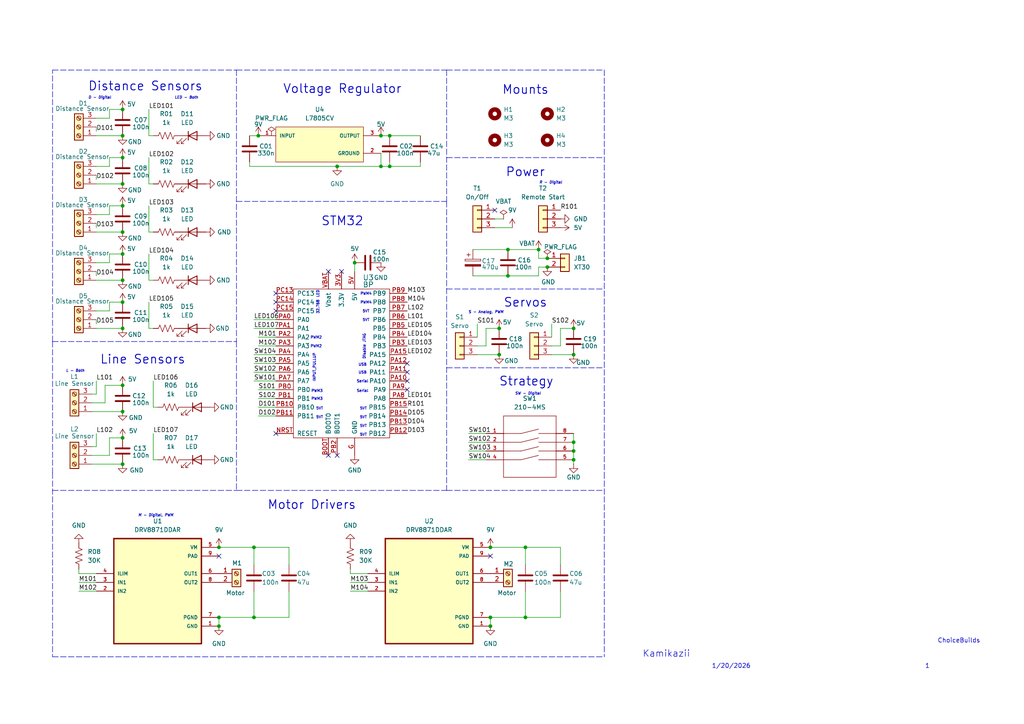
<source format=kicad_sch>
(kicad_sch (version 20250114) (generator "eeschema") (generator_version "9.0")
  (paper "A4")
  (lib_symbols
    (symbol "210-4MS:210-4MS" (pin_names (offset 1.016))
      (property "Reference" "SW" (at 10.5156 9.1186 0))
      (property "Value" "210-4MS" (at 9.8806 6.5786 0))
      (symbol "210-4MS_0_0"
        (pin passive line (at 2.54 0 0) (length 5.08) (name "~") (number "1"))
        (pin passive line (at 2.54 -2.54 0) (length 5.08) (name "~") (number "2"))
        (pin passive line (at 2.54 -5.08 0) (length 5.08) (name "~") (number "3"))
        (pin passive line (at 2.54 -7.62 0) (length 5.08) (name "~") (number "4"))
        (pin passive line (at 27.94 0 180) (length 5.08) (name "~") (number "8"))
        (pin passive line (at 27.94 -2.54 180) (length 5.08) (name "~") (number "7"))
        (pin passive line (at 27.94 -5.08 180) (length 5.08) (name "~") (number "6"))
        (pin passive line (at 27.94 -7.62 180) (length 5.08) (name "~") (number "5"))
      )
    )
    (symbol "Connector:Screw_Terminal_01x02" (pin_names (offset 1.016) (hide yes))
      (property "Reference" "J" (at 0 2.54 0))
      (property "Value" "Screw_Terminal_01x02" (at 0 -5.08 0))
      (symbol "Screw_Terminal_01x02_1_1"
        (pin passive line (at -5.08 0 0) (length 3.81) (name "Pin_1") (number "1"))
        (pin passive line (at -5.08 -2.54 0) (length 3.81) (name "Pin_2") (number "2"))
      )
    )
    (symbol "Connector:Screw_Terminal_01x03" (pin_names (offset 1.016) (hide yes))
      (property "Reference" "J" (at 0 5.08 0))
      (property "Value" "Screw_Terminal_01x03" (at 0 -5.08 0))
      (symbol "Screw_Terminal_01x03_1_1"
        (pin passive line (at -5.08 2.54 0) (length 3.81) (name "Pin_1") (number "1"))
        (pin passive line (at -5.08 0 0) (length 3.81) (name "Pin_2") (number "2"))
        (pin passive line (at -5.08 -2.54 0) (length 3.81) (name "Pin_3") (number "3"))
      )
    )
    (symbol "Connector_Generic:Conn_01x02" (pin_names (offset 1.016) (hide yes))
      (property "Reference" "J" (at 0 2.54 0))
      (property "Value" "Conn_01x02" (at 0 -5.08 0))
      (symbol "Conn_01x02_1_1"
        (pin passive line (at -5.08 0 0) (length 3.81) (name "Pin_1") (number "1"))
        (pin passive line (at -5.08 -2.54 0) (length 3.81) (name "Pin_2") (number "2"))
      )
    )
    (symbol "Connector_Generic:Conn_01x03" (pin_names (offset 1.016) (hide yes))
      (property "Reference" "J" (at 0 5.08 0))
      (property "Value" "Conn_01x03" (at 0 -5.08 0))
      (symbol "Conn_01x03_1_1"
        (pin passive line (at -5.08 2.54 0) (length 3.81) (name "Pin_1") (number "1"))
        (pin passive line (at -5.08 0 0) (length 3.81) (name "Pin_2") (number "2"))
        (pin passive line (at -5.08 -2.54 0) (length 3.81) (name "Pin_3") (number "3"))
      )
    )
    (symbol "DRV8871DDAR:DRV8871DDAR" (pin_names (offset 1.016))
      (property "Reference" "U" (at -12.7 16.24 0))
      (property "Value" "DRV8871DDAR" (at -12.7 -19.24 0))
      (symbol "DRV8871DDAR_0_0"
        (pin input line (at -17.78 5.08 0) (length 5.08) (name "ILIM") (number "4"))
        (pin input line (at -17.78 2.54 0) (length 5.08) (name "IN1") (number "3"))
        (pin input line (at -17.78 0 0) (length 5.08) (name "IN2") (number "2"))
        (pin power_in line (at 17.78 12.7 180) (length 5.08) (name "VM") (number "5"))
        (pin power_in line (at 17.78 10.16 180) (length 5.08) (name "PAD") (number "9"))
        (pin output line (at 17.78 5.08 180) (length 5.08) (name "OUT1") (number "6"))
        (pin output line (at 17.78 2.54 180) (length 5.08) (name "OUT2") (number "8"))
        (pin power_in line (at 17.78 -7.62 180) (length 5.08) (name "PGND") (number "7"))
        (pin power_in line (at 17.78 -10.16 180) (length 5.08) (name "GND") (number "1"))
      )
    )
    (symbol "Device:C" (pin_numbers (hide yes)) (pin_names (offset 0.254))
      (property "Reference" "C" (at 0.635 2.54 0))
      (property "Value" "C" (at 0.635 -2.54 0))
      (symbol "C_1_1"
        (pin passive line (at 0 3.81 270) (length 2.794) (name "~") (number "1"))
        (pin passive line (at 0 -3.81 90) (length 2.794) (name "~") (number "2"))
      )
    )
    (symbol "Device:C_Polarized" (pin_numbers (hide yes)) (pin_names (offset 0.254))
      (property "Reference" "C" (at 0.635 2.54 0))
      (property "Value" "C_Polarized" (at 0.635 -2.54 0))
      (symbol "C_Polarized_1_1"
        (pin passive line (at 0 3.81 270) (length 2.794) (name "~") (number "1"))
        (pin passive line (at 0 -3.81 90) (length 2.794) (name "~") (number "2"))
      )
    )
    (symbol "Device:LED" (pin_numbers (hide yes)) (pin_names (offset 1.016) (hide yes))
      (property "Reference" "D" (at 0 2.54 0))
      (property "Value" "LED" (at 0 -2.54 0))
      (symbol "LED_1_1"
        (pin passive line (at -3.81 0 0) (length 2.54) (name "K") (number "1"))
        (pin passive line (at 3.81 0 180) (length 2.54) (name "A") (number "2"))
      )
    )
    (symbol "Device:R_US" (pin_numbers (hide yes)) (pin_names (offset 0))
      (property "Reference" "R" (at 2.54 0 90))
      (property "Value" "R_US" (at -2.54 0 90))
      (symbol "R_US_1_1"
        (pin passive line (at 0 3.81 270) (length 1.27) (name "~") (number "1"))
        (pin passive line (at 0 -3.81 90) (length 1.27) (name "~") (number "2"))
      )
    )
    (symbol "L7805CV:L7805CV" (pin_names (offset 1.016))
      (property "Reference" "U4" (at 0 10.16 0))
      (property "Value" "L7805CV" (at 0 7.62 0))
      (symbol "L7805CV_0_0"
        (pin input line (at -17.78 2.54 0) (length 5.08) (name "INPUT") (number "1"))
        (pin power_in line (at 17.78 -2.54 180) (length 5.08) (name "GROUND") (number "2"))
      )
      (symbol "L7805CV_1_0"
        (pin power_out line (at 17.78 2.54 180) (length 5.08) (name "OUTPUT") (number "3"))
      )
    )
    (symbol "Mechanical:MountingHole" (pin_names (offset 1.016)) (exclude_from_sim yes) (in_bom no)
      (property "Reference" "H" (at 0 5.08 0))
      (property "Value" "MountingHole" (at 0 3.175 0))
    )
    (symbol "bp:BP" (pin_names (offset 1.016))
      (property "Reference" "U3" (at 5.9533 26.67 0))
      (property "Value" "BP" (at 5.9533 24.13 0))
      (symbol "BP_1_1"
        (pin bidirectional line (at -19.05 20.32 0) (length 5.08) (name "PC13") (number "PC13"))
        (pin bidirectional line (at -19.05 17.78 0) (length 5.08) (name "PC14") (number "PC14"))
        (pin bidirectional line (at -19.05 15.24 0) (length 5.08) (name "PC15") (number "PC15"))
        (pin bidirectional line (at -19.05 12.7 0) (length 5.08) (name "PA0") (number "PA0"))
        (pin bidirectional line (at -19.05 10.16 0) (length 5.08) (name "PA1") (number "PA1"))
        (pin bidirectional line (at -19.05 7.62 0) (length 5.08) (name "PA2") (number "PA2"))
        (pin bidirectional line (at -19.05 5.08 0) (length 5.08) (name "PA3") (number "PA3"))
        (pin bidirectional line (at -19.05 2.54 0) (length 5.08) (name "PA4") (number "PA4"))
        (pin bidirectional line (at -19.05 0 0) (length 5.08) (name "PA5") (number "PA5"))
        (pin bidirectional line (at -19.05 -2.54 0) (length 5.08) (name "PA6") (number "PA6"))
        (pin bidirectional line (at -19.05 -5.08 0) (length 5.08) (name "PA7") (number "PA7"))
        (pin bidirectional line (at -19.05 -7.62 0) (length 5.08) (name "PB0") (number "PB0"))
        (pin bidirectional line (at -19.05 -10.16 0) (length 5.08) (name "PB1") (number "PB1"))
        (pin bidirectional line (at -19.05 -12.7 0) (length 5.08) (name "PB10") (number "PB10"))
        (pin bidirectional line (at -19.05 -15.24 0) (length 5.08) (name "PB11") (number "PB11"))
        (pin input line (at -19.05 -20.32 0) (length 5.08) (name "RESET") (number "NRST"))
        (pin power_in line (at -3.81 26.67 270) (length 5.08) (name "Vbat") (number "VBAT"))
        (pin input line (at -3.81 -26.67 90) (length 5.08) (name "BOOT0") (number "BOOT"))
        (pin input line (at -1.27 -26.67 90) (length 5.08) (name "BOOT1") (number "PB2"))
        (pin power_out line (at 0 26.67 270) (length 5.08) (name "3.3V") (number "3V3"))
        (pin power_in line (at 3.81 26.67 270) (length 5.08) (name "5V") (number "5V"))
        (pin power_out line (at 3.81 -26.67 90) (length 5.08) (name "GND") (number "G"))
        (pin bidirectional line (at 19.05 20.32 180) (length 5.08) (name "PB9") (number "PB9"))
        (pin bidirectional line (at 19.05 17.78 180) (length 5.08) (name "PB8") (number "PB8"))
        (pin bidirectional line (at 19.05 15.24 180) (length 5.08) (name "PB7") (number "PB7"))
        (pin bidirectional line (at 19.05 12.7 180) (length 5.08) (name "PB6") (number "PB6"))
        (pin bidirectional line (at 19.05 10.16 180) (length 5.08) (name "PB5") (number "PB5"))
        (pin bidirectional line (at 19.05 7.62 180) (length 5.08) (name "PB4") (number "PB4"))
        (pin bidirectional line (at 19.05 5.08 180) (length 5.08) (name "PB3") (number "PB3"))
        (pin bidirectional line (at 19.05 2.54 180) (length 5.08) (name "PA15") (number "PA15"))
        (pin bidirectional line (at 19.05 0 180) (length 5.08) (name "PA12") (number "PA12"))
        (pin bidirectional line (at 19.05 -2.54 180) (length 5.08) (name "PA11") (number "PA11"))
        (pin bidirectional line (at 19.05 -5.08 180) (length 5.08) (name "PA10") (number "PA10"))
        (pin bidirectional line (at 19.05 -7.62 180) (length 5.08) (name "PA9") (number "PA9"))
        (pin bidirectional line (at 19.05 -10.16 180) (length 5.08) (name "PA8") (number "PA8"))
        (pin bidirectional line (at 19.05 -12.7 180) (length 5.08) (name "PB15") (number "PB15"))
        (pin bidirectional line (at 19.05 -15.24 180) (length 5.08) (name "PB14") (number "PB14"))
        (pin bidirectional line (at 19.05 -17.78 180) (length 5.08) (name "PB13") (number "PB13"))
        (pin bidirectional line (at 19.05 -20.32 180) (length 5.08) (name "PB12") (number "PB12"))
      )
    )
    (symbol "power:GND" (power) (pin_numbers (hide yes)) (pin_names (offset 0) (hide yes))
      (property "Value" "GND" (at 0 -3.81 0))
      (symbol "GND_1_1"
        (pin power_in line (at 0 0 270) (length 0) (name "~") (number "1"))
      )
    )
    (symbol "power:PWR_FLAG" (power) (pin_numbers (hide yes)) (pin_names (offset 0) (hide yes))
      (property "Value" "PWR_FLAG" (at 0 3.81 0))
      (symbol "PWR_FLAG_0_0"
        (pin power_out line (at 0 0 90) (length 0) (name "~") (number "1"))
      )
    )
    (symbol "power:VCC" (power) (pin_numbers (hide yes)) (pin_names (offset 0) (hide yes))
      (property "Value" "VCC" (at 0 3.556 0))
      (symbol "VCC_1_1"
        (pin power_in line (at 0 0 90) (length 0) (name "~") (number "1"))
      )
    )
  )
  (text "Power" (at 152.4 50.038 0) (effects (font (size 2.54 2.54) (thickness 0.254) (bold yes))))
  (text "Motor Drivers" (at 90.424 146.558 0) (effects (font (size 2.54 2.54) (thickness 0.254) (bold yes))))
  (text "INPUT_PULLUP" (at 91.186 106.68 90) (effects (font (size 0.762 0.762))))
  (text "PWM3" (at 91.948 115.824 0) (effects (font (size 0.762 0.762))))
  (text "32.768" (at 92.202 89.154 90) (effects (font (size 0.762 0.762))))
  (text "5VT" (at 92.71 118.618 0) (effects (font (size 0.762 0.762))))
  (text "PWM2" (at 91.694 100.584 0) (effects (font (size 0.762 0.762))))
  (text "S - Analog, PWM" (at 140.97 90.678 0) (effects (font (size 0.762 0.762) (italic yes))))
  (text "PWM2" (at 91.694 98.044 0) (effects (font (size 0.762 0.762))))
  (text "D - Digital" (at 28.956 28.448 0) (effects (font (size 0.762 0.762) (italic yes))))
  (text "Kamikazii\n" (at 193.294 189.738 0) (effects (font (size 1.905 1.905))))
  (text "L - Both" (at 21.844 107.696 0) (effects (font (size 0.762 0.762) (italic yes))))
  (text "1" (at 268.986 193.294 0) (effects (font (size 1.27 1.27))))
  (text "LED - Both" (at 54.102 28.448 0) (effects (font (size 0.762 0.762) (italic yes))))
  (text "1/20/2026" (at 212.09 193.294 0) (effects (font (size 1.27 1.27))))
  (text "Serial" (at 105.156 113.538 0) (effects (font (size 0.762 0.762))))
  (text "5VT" (at 105.41 123.698 0) (effects (font (size 0.762 0.762))))
  (text "5VT" (at 105.41 126.238 0) (effects (font (size 0.762 0.762))))
  (text "5VT" (at 105.41 118.618 0) (effects (font (size 0.762 0.762))))
  (text "Serial" (at 105.156 110.744 0) (effects (font (size 0.762 0.762))))
  (text "5VT" (at 106.172 90.424 0) (effects (font (size 0.762 0.762))))
  (text "PWM4" (at 106.172 85.344 0) (effects (font (size 0.762 0.762))))
  (text "ChoiceBuilds" (at 278.13 185.928 0) (effects (font (size 1.27 1.27))))
  (text "Mounts" (at 152.4 26.162 0) (effects (font (size 2.54 2.54) (thickness 0.254) (bold yes))))
  (text "SW - Digital" (at 153.162 114.3 0) (effects (font (size 0.762 0.762) (italic yes))))
  (text "LED" (at 92.202 85.344 90) (effects (font (size 0.762 0.762))))
  (text "R - Digital" (at 159.766 53.086 0) (effects (font (size 0.762 0.762) (italic yes))))
  (text "PWM3" (at 91.948 113.538 0) (effects (font (size 0.762 0.762))))
  (text "Voltage Regulator" (at 99.314 25.908 0) (effects (font (size 2.54 2.54) (thickness 0.254) (bold yes))))
  (text "Servos" (at 152.4 87.884 0) (effects (font (size 2.54 2.54) (thickness 0.254) (bold yes))))
  (text "5VT" (at 106.172 92.964 0) (effects (font (size 0.762 0.762))))
  (text "Line Sensors" (at 41.402 104.394 0) (effects (font (size 2.54 2.54) (thickness 0.254) (bold yes))))
  (text "5VT" (at 92.71 121.158 0) (effects (font (size 0.762 0.762))))
  (text "PWM4" (at 106.172 87.884 0) (effects (font (size 0.762 0.762))))
  (text "Strategy" (at 152.654 110.744 0) (effects (font (size 2.54 2.54) (thickness 0.254) (bold yes))))
  (text "USB" (at 105.156 108.204 0) (effects (font (size 0.762 0.762))))
  (text "5VT" (at 105.41 121.158 0) (effects (font (size 0.762 0.762))))
  (text "Disable JTAG" (at 105.664 100.584 90) (effects (font (size 0.762 0.762))))
  (text "STM32\n" (at 99.314 64.262 0) (effects (font (size 2.54 2.54) (thickness 0.254) (bold yes))))
  (text "Distance Sensors" (at 42.164 25.146 0) (effects (font (size 2.54 2.54) (thickness 0.254) (bold yes))))
  (text "USB" (at 105.156 105.918 0) (effects (font (size 0.762 0.762))))
  (text "M - Digital, PWM" (at 45.212 149.606 0) (effects (font (size 0.762 0.762) (italic yes))))
  (junction (at 158.75 74.93))
  (junction (at 35.56 59.69))
  (junction (at 35.56 127))
  (junction (at 110.49 48.26))
  (junction (at 35.56 39.37))
  (junction (at 166.37 133.35))
  (junction (at 166.37 128.27))
  (junction (at 35.56 31.75))
  (junction (at 63.5 158.75))
  (junction (at 113.03 48.26))
  (junction (at 73.66 158.75))
  (junction (at 144.78 95.25))
  (junction (at 73.66 179.07))
  (junction (at 156.21 72.39))
  (junction (at 35.56 45.72))
  (junction (at 152.4 158.75))
  (junction (at 35.56 87.63))
  (junction (at 152.4 179.07))
  (junction (at 63.5 179.07))
  (junction (at 35.56 67.31))
  (junction (at 35.56 81.28))
  (junction (at 110.49 39.37))
  (junction (at 35.56 73.66))
  (junction (at 158.75 77.47))
  (junction (at 35.56 53.34))
  (junction (at 63.5 181.61))
  (junction (at 142.24 181.61))
  (junction (at 142.24 158.75))
  (junction (at 35.56 119.38))
  (junction (at 35.56 95.25))
  (junction (at 144.78 102.87))
  (junction (at 74.93 39.37))
  (junction (at 113.03 39.37))
  (junction (at 35.56 134.62))
  (junction (at 166.37 95.25))
  (junction (at 142.24 179.07))
  (junction (at 35.56 111.76))
  (junction (at 166.37 102.87))
  (junction (at 166.37 130.81))
  (junction (at 102.87 76.2))
  (junction (at 147.32 72.39))
  (junction (at 147.32 80.01))
  (junction (at 97.79 48.26))
  (no_connect (at 142.24 161.29))
  (no_connect (at 95.25 132.08))
  (no_connect (at 118.11 110.49))
  (no_connect (at 143.51 60.96))
  (no_connect (at 118.11 105.41))
  (no_connect (at 80.01 125.73))
  (no_connect (at 118.11 107.95))
  (no_connect (at 118.11 113.03))
  (no_connect (at 97.79 132.08))
  (no_connect (at 99.06 78.74))
  (no_connect (at 80.01 87.63))
  (no_connect (at 63.5 161.29))
  (no_connect (at 95.25 78.74))
  (no_connect (at 80.01 90.17))
  (no_connect (at 80.01 85.09))
  (polyline (pts (xy 68.58 20.32) (xy 129.54 20.32)) (stroke (width 0) (type dash)))
  (wire (pts (xy 166.37 128.27) (xy 166.37 130.81)))
  (wire (pts (xy 152.4 158.75) (xy 162.56 158.75)))
  (wire (pts (xy 137.16 80.01) (xy 147.32 80.01)))
  (wire (pts (xy 43.18 39.37) (xy 44.45 39.37)))
  (wire (pts (xy 43.18 67.31) (xy 44.45 67.31)))
  (wire (pts (xy 31.75 90.17) (xy 31.75 87.63)))
  (wire (pts (xy 22.86 171.45) (xy 27.94 171.45)))
  (wire (pts (xy 147.32 72.39) (xy 156.21 72.39)))
  (wire (pts (xy 63.5 179.07) (xy 63.5 181.61)))
  (wire (pts (xy 27.94 95.25) (xy 35.56 95.25)))
  (wire (pts (xy 74.93 118.11) (xy 80.01 118.11)))
  (wire (pts (xy 73.66 107.95) (xy 80.01 107.95)))
  (wire (pts (xy 140.97 95.25) (xy 144.78 95.25)))
  (wire (pts (xy 110.49 44.45) (xy 110.49 48.26)))
  (wire (pts (xy 113.03 48.26) (xy 121.92 48.26)))
  (wire (pts (xy 156.21 77.47) (xy 158.75 77.47)))
  (wire (pts (xy 63.5 158.75) (xy 73.66 158.75)))
  (polyline (pts (xy 68.58 20.32) (xy 68.58 99.06)) (stroke (width 0) (type dash)))
  (polyline (pts (xy 129.54 20.32) (xy 175.26 20.32)) (stroke (width 0) (type dash)))
  (wire (pts (xy 27.94 114.3) (xy 26.67 114.3)))
  (wire (pts (xy 160.02 93.98) (xy 160.02 97.79)))
  (wire (pts (xy 31.75 87.63) (xy 35.56 87.63)))
  (polyline (pts (xy 15.24 99.06) (xy 68.58 99.06)) (stroke (width 0) (type dash)))
  (wire (pts (xy 74.93 115.57) (xy 80.01 115.57)))
  (wire (pts (xy 27.94 125.73) (xy 27.94 129.54)))
  (wire (pts (xy 166.37 133.35) (xy 166.37 134.62)))
  (wire (pts (xy 27.94 80.01) (xy 27.94 78.74)))
  (wire (pts (xy 27.94 38.1) (xy 27.94 36.83)))
  (wire (pts (xy 31.75 48.26) (xy 31.75 45.72)))
  (wire (pts (xy 43.18 31.75) (xy 43.18 39.37)))
  (wire (pts (xy 74.93 120.65) (xy 80.01 120.65)))
  (wire (pts (xy 27.94 81.28) (xy 35.56 81.28)))
  (wire (pts (xy 27.94 129.54) (xy 26.67 129.54)))
  (wire (pts (xy 43.18 59.69) (xy 43.18 67.31)))
  (wire (pts (xy 27.94 110.49) (xy 27.94 114.3)))
  (wire (pts (xy 101.6 171.45) (xy 106.68 171.45)))
  (polyline (pts (xy 129.54 58.42) (xy 129.54 142.24)) (stroke (width 0) (type dash)))
  (wire (pts (xy 113.03 46.99) (xy 113.03 48.26)))
  (wire (pts (xy 27.94 76.2) (xy 31.75 76.2)))
  (polyline (pts (xy 129.54 20.32) (xy 129.54 58.42)) (stroke (width 0) (type dash)))
  (wire (pts (xy 73.66 158.75) (xy 83.82 158.75)))
  (wire (pts (xy 156.21 74.93) (xy 158.75 74.93)))
  (wire (pts (xy 152.4 179.07) (xy 162.56 179.07)))
  (polyline (pts (xy 15.24 137.16) (xy 15.24 190.5)) (stroke (width 0) (type dash)))
  (wire (pts (xy 72.39 48.26) (xy 97.79 48.26)))
  (wire (pts (xy 27.94 66.04) (xy 27.94 64.77)))
  (wire (pts (xy 78.74 39.37) (xy 74.93 39.37)))
  (wire (pts (xy 140.97 100.33) (xy 140.97 95.25)))
  (wire (pts (xy 30.48 116.84) (xy 30.48 111.76)))
  (wire (pts (xy 31.75 62.23) (xy 31.75 59.69)))
  (wire (pts (xy 147.32 80.01) (xy 156.21 80.01)))
  (polyline (pts (xy 68.58 58.42) (xy 129.54 58.42)) (stroke (width 0) (type dash)))
  (polyline (pts (xy 15.24 20.32) (xy 68.58 20.32)) (stroke (width 0) (type dash)))
  (wire (pts (xy 44.45 125.73) (xy 44.45 133.35)))
  (wire (pts (xy 142.24 179.07) (xy 142.24 181.61)))
  (wire (pts (xy 162.56 171.45) (xy 162.56 179.07)))
  (wire (pts (xy 63.5 179.07) (xy 73.66 179.07)))
  (wire (pts (xy 43.18 87.63) (xy 43.18 95.25)))
  (polyline (pts (xy 68.58 99.06) (xy 68.58 142.24)) (stroke (width 0) (type dash)))
  (wire (pts (xy 31.75 31.75) (xy 35.56 31.75)))
  (wire (pts (xy 74.93 97.79) (xy 80.01 97.79)))
  (wire (pts (xy 152.4 158.75) (xy 152.4 163.83)))
  (wire (pts (xy 27.94 34.29) (xy 31.75 34.29)))
  (wire (pts (xy 83.82 171.45) (xy 83.82 179.07)))
  (wire (pts (xy 110.49 39.37) (xy 113.03 39.37)))
  (polyline (pts (xy 15.24 190.5) (xy 175.26 190.5)) (stroke (width 0) (type dash)))
  (wire (pts (xy 73.66 179.07) (xy 83.82 179.07)))
  (wire (pts (xy 156.21 72.39) (xy 156.21 74.93)))
  (wire (pts (xy 27.94 53.34) (xy 35.56 53.34)))
  (wire (pts (xy 101.6 168.91) (xy 106.68 168.91)))
  (wire (pts (xy 166.37 130.81) (xy 166.37 133.35)))
  (wire (pts (xy 135.89 133.35) (xy 140.97 133.35)))
  (wire (pts (xy 44.45 110.49) (xy 44.45 118.11)))
  (wire (pts (xy 152.4 171.45) (xy 152.4 179.07)))
  (wire (pts (xy 138.43 102.87) (xy 144.78 102.87)))
  (polyline (pts (xy 129.54 106.68) (xy 175.26 106.68)) (stroke (width 0) (type dash)))
  (wire (pts (xy 27.94 90.17) (xy 31.75 90.17)))
  (wire (pts (xy 72.39 39.37) (xy 74.93 39.37)))
  (wire (pts (xy 101.6 165.1) (xy 101.6 166.37)))
  (wire (pts (xy 102.87 76.2) (xy 102.87 78.74)))
  (wire (pts (xy 22.86 165.1) (xy 22.86 166.37)))
  (wire (pts (xy 31.75 59.69) (xy 35.56 59.69)))
  (wire (pts (xy 74.93 100.33) (xy 80.01 100.33)))
  (polyline (pts (xy 129.54 83.82) (xy 175.26 83.82)) (stroke (width 0) (type dash)))
  (wire (pts (xy 43.18 53.34) (xy 44.45 53.34)))
  (polyline (pts (xy 68.58 142.24) (xy 129.54 142.24)) (stroke (width 0) (type dash)))
  (wire (pts (xy 160.02 100.33) (xy 162.56 100.33)))
  (wire (pts (xy 143.51 63.5) (xy 146.05 63.5)))
  (wire (pts (xy 27.94 166.37) (xy 22.86 166.37)))
  (polyline (pts (xy 129.54 45.72) (xy 175.26 45.72)) (stroke (width 0) (type dash)))
  (wire (pts (xy 27.94 48.26) (xy 31.75 48.26)))
  (wire (pts (xy 26.67 116.84) (xy 30.48 116.84)))
  (polyline (pts (xy 175.26 20.32) (xy 175.26 137.16)) (stroke (width 0) (type dash)))
  (wire (pts (xy 135.89 128.27) (xy 140.97 128.27)))
  (wire (pts (xy 27.94 39.37) (xy 35.56 39.37)))
  (wire (pts (xy 43.18 45.72) (xy 43.18 53.34)))
  (wire (pts (xy 31.75 127) (xy 35.56 127)))
  (wire (pts (xy 162.56 100.33) (xy 162.56 95.25)))
  (wire (pts (xy 31.75 45.72) (xy 35.56 45.72)))
  (wire (pts (xy 73.66 158.75) (xy 73.66 163.83)))
  (wire (pts (xy 27.94 62.23) (xy 31.75 62.23)))
  (polyline (pts (xy 15.24 99.06) (xy 15.24 20.32)) (stroke (width 0) (type dash)))
  (wire (pts (xy 106.68 166.37) (xy 101.6 166.37)))
  (wire (pts (xy 143.51 66.04) (xy 148.59 66.04)))
  (wire (pts (xy 162.56 158.75) (xy 162.56 163.83)))
  (polyline (pts (xy 129.54 142.24) (xy 175.26 142.24)) (stroke (width 0) (type dash)))
  (wire (pts (xy 121.92 46.99) (xy 121.92 48.26)))
  (wire (pts (xy 135.89 125.73) (xy 140.97 125.73)))
  (wire (pts (xy 43.18 73.66) (xy 43.18 81.28)))
  (wire (pts (xy 27.94 52.07) (xy 27.94 50.8)))
  (wire (pts (xy 73.66 92.71) (xy 80.01 92.71)))
  (wire (pts (xy 137.16 72.39) (xy 147.32 72.39)))
  (wire (pts (xy 73.66 110.49) (xy 80.01 110.49)))
  (wire (pts (xy 72.39 46.99) (xy 72.39 48.26)))
  (wire (pts (xy 43.18 81.28) (xy 44.45 81.28)))
  (wire (pts (xy 44.45 118.11) (xy 45.72 118.11)))
  (wire (pts (xy 27.94 93.98) (xy 27.94 92.71)))
  (wire (pts (xy 31.75 73.66) (xy 35.56 73.66)))
  (wire (pts (xy 156.21 80.01) (xy 156.21 77.47)))
  (wire (pts (xy 31.75 76.2) (xy 31.75 73.66)))
  (wire (pts (xy 22.86 168.91) (xy 27.94 168.91)))
  (wire (pts (xy 73.66 102.87) (xy 80.01 102.87)))
  (wire (pts (xy 142.24 179.07) (xy 152.4 179.07)))
  (polyline (pts (xy 15.24 142.24) (xy 68.58 142.24)) (stroke (width 0) (type dash)))
  (wire (pts (xy 162.56 95.25) (xy 166.37 95.25)))
  (wire (pts (xy 27.94 67.31) (xy 35.56 67.31)))
  (wire (pts (xy 166.37 125.73) (xy 166.37 128.27)))
  (wire (pts (xy 160.02 102.87) (xy 166.37 102.87)))
  (wire (pts (xy 73.66 171.45) (xy 73.66 179.07)))
  (wire (pts (xy 26.67 134.62) (xy 35.56 134.62)))
  (wire (pts (xy 30.48 111.76) (xy 35.56 111.76)))
  (wire (pts (xy 113.03 48.26) (xy 110.49 48.26)))
  (wire (pts (xy 73.66 95.25) (xy 80.01 95.25)))
  (wire (pts (xy 138.43 93.98) (xy 138.43 97.79)))
  (wire (pts (xy 26.67 132.08) (xy 31.75 132.08)))
  (wire (pts (xy 73.66 105.41) (xy 80.01 105.41)))
  (wire (pts (xy 43.18 95.25) (xy 44.45 95.25)))
  (wire (pts (xy 31.75 132.08) (xy 31.75 127)))
  (wire (pts (xy 113.03 39.37) (xy 121.92 39.37)))
  (wire (pts (xy 31.75 34.29) (xy 31.75 31.75)))
  (wire (pts (xy 83.82 158.75) (xy 83.82 163.83)))
  (polyline (pts (xy 175.26 137.16) (xy 175.26 190.5)) (stroke (width 0) (type dash)))
  (wire (pts (xy 26.67 119.38) (xy 35.56 119.38)))
  (wire (pts (xy 152.4 158.75) (xy 142.24 158.75)))
  (wire (pts (xy 135.89 130.81) (xy 140.97 130.81)))
  (wire (pts (xy 44.45 133.35) (xy 45.72 133.35)))
  (wire (pts (xy 97.79 48.26) (xy 110.49 48.26)))
  (wire (pts (xy 74.93 113.03) (xy 80.01 113.03)))
  (wire (pts (xy 138.43 100.33) (xy 140.97 100.33)))
  (polyline (pts (xy 15.24 99.06) (xy 15.24 137.16)) (stroke (width 0) (type dash)))
  (label "L101" (at 118.11 92.71 0))
  (label "M101" (at 74.93 97.79 0))
  (label "LED107" (at 73.66 95.25 0))
  (label "D101" (at 74.93 118.11 0))
  (label "D104" (at 118.11 123.19 0))
  (label "D103" (at 27.94 66.04 0))
  (label "LED102" (at 43.18 45.72 0))
  (label "S101" (at 74.93 113.03 0))
  (label "M104" (at 101.6 171.45 0))
  (label "S102" (at 74.93 115.57 0))
  (label "L102" (at 118.11 90.17 0))
  (label "SW103" (at 135.89 130.81 0))
  (label "LED102" (at 118.11 102.87 0))
  (label "M103" (at 118.11 85.09 0))
  (label "D102" (at 74.93 120.65 0))
  (label "M102" (at 74.93 100.33 0))
  (label "LED104" (at 43.18 73.66 0))
  (label "D102" (at 27.94 52.07 0))
  (label "SW103" (at 73.66 105.41 0))
  (label "M102" (at 22.86 171.45 0))
  (label "SW101" (at 73.66 110.49 0))
  (label "LED104" (at 118.11 97.79 0))
  (label "LED101" (at 118.11 115.57 0))
  (label "D105" (at 118.11 120.65 0))
  (label "LED105" (at 118.11 95.25 0))
  (label "SW104" (at 73.66 102.87 0))
  (label "SW104" (at 135.89 133.35 0))
  (label "LED103" (at 118.11 100.33 0))
  (label "M103" (at 101.6 168.91 0))
  (label "M104" (at 118.11 87.63 0))
  (label "LED106" (at 44.45 110.49 0))
  (label "D101" (at 27.94 38.1 0))
  (label "S101" (at 138.43 93.98 0))
  (label "L102" (at 27.94 125.73 0))
  (label "SW101" (at 135.89 125.73 0))
  (label "R101" (at 118.11 118.11 0))
  (label "D105" (at 27.94 93.98 0))
  (label "D103" (at 118.11 125.73 0))
  (label "LED106" (at 73.66 92.71 0))
  (label "SW102" (at 135.89 128.27 0))
  (label "R101" (at 162.56 60.96 0))
  (label "S102" (at 160.02 93.98 0))
  (label "L101" (at 27.94 110.49 0))
  (label "LED105" (at 43.18 87.63 0))
  (label "D104" (at 27.94 80.01 0))
  (label "LED107" (at 44.45 125.73 0))
  (label "LED103" (at 43.18 59.69 0))
  (label "M101" (at 22.86 168.91 0))
  (label "SW102" (at 73.66 107.95 0))
  (label "LED101" (at 43.18 31.75 0))
  (symbol (lib_id "power:GND") (at 35.56 119.38 0) (unit 1)
    (property "Reference" "#PWR012" (effects (hide yes)))
    (property "Value" "GND" (at 41.402 121.158 0) (effects (justify right)))
    (property "Description" "Power symbol creates a global label with name \"GND\" , ground" (effects (hide yes)))
  )
  (symbol (lib_id "Device:LED") (at 55.88 39.37 0) (unit 1)
    (property "Reference" "D11" (at 54.2925 33.02 0))
    (property "Value" "LED" (at 54.2925 35.56 0))
    (property "Footprint" "LED_SMD:LED_0402_1005Metric" (effects (hide yes)))
    (property "Description" "Light emitting diode" (effects (hide yes)))
    (property "Sim.Pins" "1=K 2=A" (effects (hide yes)))
  )
  (symbol (lib_id "power:GND") (at 35.56 95.25 0) (unit 1)
    (property "Reference" "#PWR046" (effects (hide yes)))
    (property "Value" "GND" (at 39.116 97.028 0))
    (property "Description" "Power symbol creates a global label with name \"GND\" , ground" (effects (hide yes)))
  )
  (symbol (lib_id "power:GND") (at 144.78 102.87 0) (unit 1)
    (property "Reference" "#PWR026" (effects (hide yes)))
    (property "Value" "GND" (at 150.368 104.648 0) (effects (justify right)))
    (property "Description" "Power symbol creates a global label with name \"GND\" , ground" (effects (hide yes)))
  )
  (symbol (lib_id "power:GND") (at 158.75 77.47 0) (unit 1)
    (property "Reference" "#PWR038" (effects (hide yes)))
    (property "Value" "GND" (at 159.004 81.788 0))
    (property "Description" "Power symbol creates a global label with name \"GND\" , ground" (effects (hide yes)))
  )
  (symbol (lib_id "power:VCC") (at 35.56 111.76 0) (unit 1)
    (property "Reference" "#PWR011" (effects (hide yes)))
    (property "Value" "5V" (at 38.354 109.982 0))
    (property "Description" "Power symbol creates a global label with name \"VCC\"" (effects (hide yes)))
  )
  (symbol (lib_id "power:VCC") (at 166.37 95.25 0) (unit 1)
    (property "Reference" "#PWR047" (effects (hide yes)))
    (property "Value" "5V" (at 168.402 93.726 0))
    (property "Description" "Power symbol creates a global label with name \"VCC\"" (effects (hide yes)))
  )
  (symbol (lib_id "L7805CV:L7805CV") (at 92.71 41.91 0) (unit 1)
    (property "Reference" "U4" (at 92.71 31.75 0))
    (property "Value" "L7805CV" (at 92.71 34.29 0))
    (property "Footprint" "L7805CV:TO255P1040X460X1968-3" (effects (hide yes)))
    (property "MF" "STMicroelectronics" (effects (hide yes)))
    (property "Description_1" "Linear Voltage Regulator IC Positive Fixed 1 Output  1.5A TO-220" (effects (hide yes)))
    (property "Package" "TO-220-3 STMicroelectronics" (effects (hide yes)))
    (property "Price" "None" (effects (hide yes)))
    (property "Check_prices" "https://www.snapeda.com/parts/L7805CV/STMicroelectronics/view-part/?ref=eda" (effects (hide yes)))
    (property "STANDARD" "IPC-7351B" (effects (hide yes)))
    (property "PARTREV" "36" (effects (hide yes)))
    (property "SnapEDA_Link" "https://www.snapeda.com/parts/L7805CV/STMicroelectronics/view-part/?ref=snap" (effects (hide yes)))
    (property "MP" "L7805CV" (effects (hide yes)))
    (property "Availability" "In Stock" (effects (hide yes)))
    (property "MANUFACTURER" "STMicroelectronics" (effects (hide yes)))
  )
  (symbol (lib_id "power:VCC") (at 156.21 72.39 0) (unit 1)
    (property "Reference" "#PWR030" (effects (hide yes)))
    (property "Value" "VBAT" (at 152.908 70.612 0))
    (property "Description" "Power symbol creates a global label with name \"VCC\"" (effects (hide yes)))
  )
  (symbol (lib_id "Device:R_US") (at 48.26 95.25 90) (unit 1)
    (property "Reference" "R05" (at 48.26 88.9 90))
    (property "Value" "1k" (at 48.26 91.44 90))
    (property "Footprint" "Resistor_SMD:R_0402_1005Metric" (effects (hide yes)))
    (property "Description" "Resistor, US symbol" (effects (hide yes)))
  )
  (symbol (lib_id "power:VCC") (at 144.78 95.25 0) (unit 1)
    (property "Reference" "#PWR019" (effects (hide yes)))
    (property "Value" "5V" (at 147.066 93.472 0))
    (property "Description" "Power symbol creates a global label with name \"VCC\"" (effects (hide yes)))
  )
  (symbol (lib_id "Connector_Generic:Conn_01x02") (at 163.83 74.93 0) (unit 1)
    (property "Reference" "JB1" (at 166.37 74.9299 0) (effects (justify left)))
    (property "Value" "XT30" (at 166.37 77.4699 0) (effects (justify left)))
    (property "Footprint" "Connector_AMASS:AMASS_XT30U-F_1x02_P5.0mm_Vertical" (effects (hide yes)))
    (property "Description" "Generic connector, single row, 01x02, script generated (kicad-library-utils/schlib/autogen/connector/)" (effects (hide yes)))
  )
  (symbol (lib_id "Device:LED") (at 55.88 67.31 0) (unit 1)
    (property "Reference" "D13" (at 54.2925 60.96 0))
    (property "Value" "LED" (at 54.2925 63.5 0))
    (property "Footprint" "LED_SMD:LED_0402_1005Metric" (effects (hide yes)))
    (property "Description" "Light emitting diode" (effects (hide yes)))
    (property "Sim.Pins" "1=K 2=A" (effects (hide yes)))
  )
  (symbol (lib_id "power:PWR_FLAG") (at 158.75 74.93 0) (unit 1)
    (property "Reference" "#FLG04" (effects (hide yes)))
    (property "Value" "PWR_FLAG" (at 162.56 71.628 0))
    (property "Description" "Special symbol for telling ERC where power comes from" (effects (hide yes)))
  )
  (symbol (lib_id "Connector:Screw_Terminal_01x02") (at 68.58 166.37 0) (unit 1)
    (property "Reference" "M1" (at 67.31 163.322 0) (effects (justify left)))
    (property "Value" "Motor" (at 65.532 171.958 0) (effects (justify left)))
    (property "Footprint" "TerminalBlock:TerminalBlock_Xinya_XY308-2.54-2P_1x02_P2.54mm_Horizontal" (effects (hide yes)))
    (property "Description" "Generic screw terminal, single row, 01x02, script generated (kicad-library-utils/schlib/autogen/connector/)" (effects (hide yes)))
  )
  (symbol (lib_id "power:GND") (at 101.6 157.48 180) (unit 1)
    (property "Reference" "#PWR018" (effects (hide yes)))
    (property "Value" "GND" (at 101.6 152.4 0))
    (property "Description" "Power symbol creates a global label with name \"GND\" , ground" (effects (hide yes)))
  )
  (symbol (lib_id "Mechanical:MountingHole") (at 158.75 40.64 0) (unit 1) (exclude_from_sim yes) (in_bom no)
    (property "Reference" "H4" (at 161.29 39.3699 0) (effects (justify left)))
    (property "Value" "M3" (at 161.29 41.9099 0) (effects (justify left)))
    (property "Footprint" "MountingHole:MountingHole_3.2mm_M3" (effects (hide yes)))
    (property "Description" "Mounting Hole without connection" (effects (hide yes)))
  )
  (symbol (lib_id "Device:R_US") (at 48.26 81.28 90) (unit 1)
    (property "Reference" "R04" (at 48.26 74.93 90))
    (property "Value" "1k" (at 48.26 77.47 90))
    (property "Footprint" "Resistor_SMD:R_0402_1005Metric" (effects (hide yes)))
    (property "Description" "Resistor, US symbol" (effects (hide yes)))
  )
  (symbol (lib_id "power:PWR_FLAG") (at 146.05 63.5 0) (unit 1)
    (property "Reference" "#FLG01" (effects (hide yes)))
    (property "Value" "VBAT" (at 146.05 58.42 0))
    (property "Description" "Special symbol for telling ERC where power comes from" (effects (hide yes)))
  )
  (symbol (lib_id "power:GND") (at 59.69 53.34 90) (unit 1)
    (property "Reference" "#PWR022" (effects (hide yes)))
    (property "Value" "GND" (at 62.738 53.34 90) (effects (justify right)))
    (property "Description" "Power symbol creates a global label with name \"GND\" , ground" (effects (hide yes)))
  )
  (symbol (lib_id "Device:C") (at 152.4 167.64 0) (unit 1)
    (property "Reference" "C05" (at 154.94 166.37 0) (effects (justify left)))
    (property "Value" "100n" (at 154.94 168.91 0) (effects (justify left)))
    (property "Footprint" "Capacitor_SMD:C_0402_1005Metric" (effects (hide yes)))
    (property "Description" "Unpolarized capacitor" (effects (hide yes)))
  )
  (symbol (lib_id "Connector_Generic:Conn_01x03") (at 133.35 100.33 0) (mirror y) (unit 1)
    (property "Reference" "S1" (at 133.35 91.9287 0))
    (property "Value" "Servo" (at 133.35 94.4687 0))
    (property "Footprint" "Connector_PinHeader_2.54mm:PinHeader_1x03_P2.54mm_Vertical" (effects (hide yes)))
    (property "Description" "Generic connector, single row, 01x03, script generated (kicad-library-utils/schlib/autogen/connector/)" (effects (hide yes)))
  )
  (symbol (lib_id "Device:C") (at 144.78 99.06 180) (unit 1)
    (property "Reference" "C18" (at 147.574 98.298 0) (effects (justify right)))
    (property "Value" "100n" (at 146.812 100.33 0) (effects (justify right)))
    (property "Footprint" "Capacitor_SMD:C_0402_1005Metric" (effects (hide yes)))
    (property "Description" "Unpolarized capacitor" (effects (hide yes)))
  )
  (symbol (lib_id "power:VCC") (at 102.87 76.2 0) (unit 1)
    (property "Reference" "#PWR031" (effects (hide yes)))
    (property "Value" "5V" (at 102.87 72.136 0))
    (property "Description" "Power symbol creates a global label with name \"VCC\"" (effects (hide yes)))
  )
  (symbol (lib_id "power:GND") (at 35.56 134.62 0) (unit 1)
    (property "Reference" "#PWR014" (effects (hide yes)))
    (property "Value" "GND" (at 39.624 136.398 0))
    (property "Description" "Power symbol creates a global label with name \"GND\" , ground" (effects (hide yes)))
  )
  (symbol (lib_id "Device:C") (at 35.56 130.81 0) (unit 1)
    (property "Reference" "C13" (at 38.608 130.048 0) (effects (justify left)))
    (property "Value" "100n" (at 38.354 132.08 0) (effects (justify left)))
    (property "Footprint" "Capacitor_SMD:C_0402_1005Metric" (effects (hide yes)))
    (property "Description" "Unpolarized capacitor" (effects (hide yes)))
  )
  (symbol (lib_id "Connector:Screw_Terminal_01x03") (at 22.86 50.8 180) (unit 1)
    (property "Reference" "D2" (at 24.13 43.942 0))
    (property "Value" "Distance Sensor" (at 23.876 45.466 0))
    (property "Footprint" "TerminalBlock:TerminalBlock_Xinya_XY308-2.54-3P_1x03_P2.54mm_Horizontal" (effects (hide yes)))
    (property "Description" "Generic screw terminal, single row, 01x03, script generated (kicad-library-utils/schlib/autogen/connector/)" (effects (hide yes)))
  )
  (symbol (lib_id "power:GND") (at 162.56 63.5 90) (unit 1)
    (property "Reference" "#PWR015" (effects (hide yes)))
    (property "Value" "GND" (at 166.37 63.4999 90) (effects (justify right)))
    (property "Description" "Power symbol creates a global label with name \"GND\" , ground" (effects (hide yes)))
  )
  (symbol (lib_id "Mechanical:MountingHole") (at 158.75 33.02 0) (unit 1) (exclude_from_sim yes) (in_bom no)
    (property "Reference" "H2" (at 161.29 31.7499 0) (effects (justify left)))
    (property "Value" "M3" (at 161.29 34.2899 0) (effects (justify left)))
    (property "Footprint" "MountingHole:MountingHole_3.2mm_M3" (effects (hide yes)))
    (property "Description" "Mounting Hole without connection" (effects (hide yes)))
  )
  (symbol (lib_id "power:GND") (at 59.69 39.37 90) (unit 1)
    (property "Reference" "#PWR02" (effects (hide yes)))
    (property "Value" "GND" (at 62.738 39.37 90) (effects (justify right)))
    (property "Description" "Power symbol creates a global label with name \"GND\" , ground" (effects (hide yes)))
  )
  (symbol (lib_id "Device:C") (at 35.56 63.5 0) (unit 1)
    (property "Reference" "C09" (at 38.862 62.738 0) (effects (justify left)))
    (property "Value" "100n" (at 38.354 64.77 0) (effects (justify left)))
    (property "Footprint" "Capacitor_SMD:C_0402_1005Metric" (effects (hide yes)))
    (property "Description" "Unpolarized capacitor" (effects (hide yes)))
  )
  (symbol (lib_id "Connector_Generic:Conn_01x03") (at 138.43 63.5 0) (mirror y) (unit 1)
    (property "Reference" "T1" (at 138.43 54.61 0))
    (property "Value" "On/Off" (at 138.43 57.15 0))
    (property "Footprint" "Connector_PinHeader_2.54mm:PinHeader_1x03_P2.54mm_Vertical" (effects (hide yes)))
    (property "Description" "Generic connector, single row, 01x03, script generated (kicad-library-utils/schlib/autogen/connector/)" (effects (hide yes)))
  )
  (symbol (lib_id "power:VCC") (at 35.56 87.63 0) (unit 1)
    (property "Reference" "#PWR045" (effects (hide yes)))
    (property "Value" "5V" (at 38.1 86.106 0))
    (property "Description" "Power symbol creates a global label with name \"VCC\"" (effects (hide yes)))
  )
  (symbol (lib_id "Device:C") (at 113.03 43.18 180) (unit 1)
    (property "Reference" "C02" (at 115.824 42.418 0) (effects (justify right)))
    (property "Value" "100n" (at 115.062 44.45 0) (effects (justify right)))
    (property "Footprint" "Capacitor_SMD:C_0402_1005Metric" (effects (hide yes)))
    (property "Description" "Unpolarized capacitor" (effects (hide yes)))
  )
  (symbol (lib_id "Connector:Screw_Terminal_01x03") (at 22.86 78.74 180) (unit 1)
    (property "Reference" "D4" (at 24.13 71.882 0))
    (property "Value" "Distance Sensor" (at 23.876 73.406 0))
    (property "Footprint" "TerminalBlock:TerminalBlock_Xinya_XY308-2.54-3P_1x03_P2.54mm_Horizontal" (effects (hide yes)))
    (property "Description" "Generic screw terminal, single row, 01x03, script generated (kicad-library-utils/schlib/autogen/connector/)" (effects (hide yes)))
  )
  (symbol (lib_id "power:VCC") (at 110.49 39.37 0) (unit 1)
    (property "Reference" "#PWR027" (effects (hide yes)))
    (property "Value" "5V" (at 110.49 36.068 0))
    (property "Description" "Power symbol creates a global label with name \"VCC\"" (effects (hide yes)))
  )
  (symbol (lib_id "Device:LED") (at 57.15 133.35 0) (unit 1)
    (property "Reference" "D17" (at 55.5625 127 0))
    (property "Value" "LED" (at 55.5625 129.54 0))
    (property "Footprint" "LED_SMD:LED_0402_1005Metric" (effects (hide yes)))
    (property "Description" "Light emitting diode" (effects (hide yes)))
    (property "Sim.Pins" "1=K 2=A" (effects (hide yes)))
  )
  (symbol (lib_id "Device:LED") (at 57.15 118.11 0) (unit 1)
    (property "Reference" "D16" (at 55.5625 111.76 0))
    (property "Value" "LED" (at 55.5625 114.3 0))
    (property "Footprint" "LED_SMD:LED_0402_1005Metric" (effects (hide yes)))
    (property "Description" "Light emitting diode" (effects (hide yes)))
    (property "Sim.Pins" "1=K 2=A" (effects (hide yes)))
  )
  (symbol (lib_id "Connector_Generic:Conn_01x03") (at 154.94 100.33 0) (mirror y) (unit 1)
    (property "Reference" "S2" (at 154.94 91.44 0))
    (property "Value" "Servo" (at 154.94 93.98 0))
    (property "Footprint" "Connector_PinHeader_2.54mm:PinHeader_1x03_P2.54mm_Vertical" (effects (hide yes)))
    (property "Description" "Generic connector, single row, 01x03, script generated (kicad-library-utils/schlib/autogen/connector/)" (effects (hide yes)))
  )
  (symbol (lib_id "Device:C") (at 166.37 99.06 180) (unit 1)
    (property "Reference" "C19" (at 169.164 98.298 0) (effects (justify right)))
    (property "Value" "100n" (at 168.402 100.33 0) (effects (justify right)))
    (property "Footprint" "Capacitor_SMD:C_0402_1005Metric" (effects (hide yes)))
    (property "Description" "Unpolarized capacitor" (effects (hide yes)))
  )
  (symbol (lib_id "power:GND") (at 22.86 157.48 180) (unit 1)
    (property "Reference" "#PWR036" (effects (hide yes)))
    (property "Value" "GND" (at 22.86 152.4 0))
    (property "Description" "Power symbol creates a global label with name \"GND\" , ground" (effects (hide yes)))
  )
  (symbol (lib_id "power:GND") (at 142.24 181.61 0) (unit 1)
    (property "Reference" "#PWR040" (effects (hide yes)))
    (property "Value" "GND" (at 142.24 186.69 0))
    (property "Description" "Power symbol creates a global label with name \"GND\" , ground" (effects (hide yes)))
  )
  (symbol (lib_id "power:VCC") (at 162.56 66.04 270) (unit 1)
    (property "Reference" "#PWR016" (effects (hide yes)))
    (property "Value" "5V" (at 166.37 66.0399 90) (effects (justify left)))
    (property "Description" "Power symbol creates a global label with name \"VCC\"" (effects (hide yes)))
  )
  (symbol (lib_id "power:VCC") (at 142.24 158.75 0) (unit 1)
    (property "Reference" "#PWR032" (effects (hide yes)))
    (property "Value" "9V" (at 142.24 153.67 0))
    (property "Description" "Power symbol creates a global label with name \"VCC\"" (effects (hide yes)))
  )
  (symbol (lib_id "power:VCC") (at 35.56 73.66 0) (unit 1)
    (property "Reference" "#PWR043" (effects (hide yes)))
    (property "Value" "5V" (at 38.1 72.136 0))
    (property "Description" "Power symbol creates a global label with name \"VCC\"" (effects (hide yes)))
  )
  (symbol (lib_id "Mechanical:MountingHole") (at 143.51 40.64 0) (unit 1) (exclude_from_sim yes) (in_bom no)
    (property "Reference" "H3" (at 146.05 39.3699 0) (effects (justify left)))
    (property "Value" "M3" (at 146.05 41.9099 0) (effects (justify left)))
    (property "Footprint" "MountingHole:MountingHole_3.2mm_M3" (effects (hide yes)))
    (property "Description" "Mounting Hole without connection" (effects (hide yes)))
  )
  (symbol (lib_id "Connector:Screw_Terminal_01x03") (at 22.86 36.83 180) (unit 1)
    (property "Reference" "D1" (at 24.13 29.972 0))
    (property "Value" "Distance Sensor" (at 23.876 31.496 0))
    (property "Footprint" "TerminalBlock:TerminalBlock_Xinya_XY308-2.54-3P_1x03_P2.54mm_Horizontal" (effects (hide yes)))
    (property "Description" "Generic screw terminal, single row, 01x03, script generated (kicad-library-utils/schlib/autogen/connector/)" (effects (hide yes)))
  )
  (symbol (lib_id "power:GND") (at 60.96 118.11 90) (unit 1)
    (property "Reference" "#PWR033" (effects (hide yes)))
    (property "Value" "GND" (at 63.754 118.11 90) (effects (justify right)))
    (property "Description" "Power symbol creates a global label with name \"GND\" , ground" (effects (hide yes)))
  )
  (symbol (lib_id "Device:LED") (at 55.88 81.28 0) (unit 1)
    (property "Reference" "D14" (at 54.2925 74.93 0))
    (property "Value" "LED" (at 54.2925 77.47 0))
    (property "Footprint" "LED_SMD:LED_0402_1005Metric" (effects (hide yes)))
    (property "Description" "Light emitting diode" (effects (hide yes)))
    (property "Sim.Pins" "1=K 2=A" (effects (hide yes)))
  )
  (symbol (lib_id "power:VCC") (at 74.93 39.37 0) (unit 1)
    (property "Reference" "#PWR029" (effects (hide yes)))
    (property "Value" "9V" (at 74.93 36.068 0))
    (property "Description" "Power symbol creates a global label with name \"VCC\"" (effects (hide yes)))
  )
  (symbol (lib_id "Device:C") (at 147.32 76.2 180) (unit 1)
    (property "Reference" "C16" (at 150.114 75.438 0) (effects (justify right)))
    (property "Value" "100n" (at 149.352 77.47 0) (effects (justify right)))
    (property "Footprint" "Capacitor_SMD:C_0402_1005Metric" (effects (hide yes)))
    (property "Description" "Unpolarized capacitor" (effects (hide yes)))
  )
  (symbol (lib_id "Device:R_US") (at 48.26 53.34 90) (unit 1)
    (property "Reference" "R02" (at 48.26 46.99 90))
    (property "Value" "1k" (at 48.26 49.53 90))
    (property "Footprint" "Resistor_SMD:R_0402_1005Metric" (effects (hide yes)))
    (property "Description" "Resistor, US symbol" (effects (hide yes)))
  )
  (symbol (lib_id "power:VCC") (at 35.56 59.69 0) (unit 1)
    (property "Reference" "#PWR021" (effects (hide yes)))
    (property "Value" "5V" (at 38.1 58.166 0))
    (property "Description" "Power symbol creates a global label with name \"VCC\"" (effects (hide yes)))
  )
  (symbol (lib_id "Device:C") (at 73.66 167.64 0) (unit 1)
    (property "Reference" "C03" (at 75.946 166.37 0) (effects (justify left)))
    (property "Value" "100n" (at 75.946 168.91 0) (effects (justify left)))
    (property "Footprint" "Capacitor_SMD:C_0402_1005Metric" (effects (hide yes)))
    (property "Description" "Unpolarized capacitor" (effects (hide yes)))
  )
  (symbol (lib_id "Device:C") (at 35.56 91.44 0) (unit 1)
    (property "Reference" "C11" (at 38.862 90.678 0) (effects (justify left)))
    (property "Value" "100n" (at 38.354 92.71 0) (effects (justify left)))
    (property "Footprint" "Capacitor_SMD:C_0402_1005Metric" (effects (hide yes)))
    (property "Description" "Unpolarized capacitor" (effects (hide yes)))
  )
  (symbol (lib_id "Device:C") (at 162.56 167.64 0) (unit 1)
    (property "Reference" "C06" (at 165.1 166.37 0) (effects (justify left)))
    (property "Value" "47u" (at 165.1 168.91 0) (effects (justify left)))
    (property "Footprint" "Capacitor_SMD:C_1210_3225Metric" (effects (hide yes)))
    (property "Description" "Unpolarized capacitor" (effects (hide yes)))
  )
  (symbol (lib_id "DRV8871DDAR:DRV8871DDAR") (at 124.46 171.45 0) (unit 1)
    (property "Reference" "U2" (at 124.46 151.13 0))
    (property "Value" "DRV8871DDAR" (at 124.46 153.67 0))
    (property "Footprint" "DRV8871DDAR:VREG_LM5017MR_NOPB" (effects (hide yes)))
    (property "MF" "Texas Instruments" (effects (hide yes)))
    (property "Description_1" "50-V, 3.6-A H-bridge motor driver with integrated current sensing" (effects (hide yes)))
    (property "Package" "HSOIC-8 Texas Instruments" (effects (hide yes)))
    (property "Price" "None" (effects (hide yes)))
    (property "SnapEDA_Link" "https://www.snapeda.com/parts/DRV8871DDAR/Texas+Instruments/view-part/?ref=snap" (effects (hide yes)))
    (property "MP" "DRV8871DDAR" (effects (hide yes)))
    (property "Availability" "In Stock" (effects (hide yes)))
    (property "Check_prices" "https://www.snapeda.com/parts/DRV8871DDAR/Texas+Instruments/view-part/?ref=eda" (effects (hide yes)))
  )
  (symbol (lib_id "Mechanical:MountingHole") (at 143.51 33.02 0) (unit 1) (exclude_from_sim yes) (in_bom no)
    (property "Reference" "H1" (at 146.05 31.7499 0) (effects (justify left)))
    (property "Value" "M3" (at 146.05 34.2899 0) (effects (justify left)))
    (property "Footprint" "MountingHole:MountingHole_3.2mm_M3" (effects (hide yes)))
    (property "Description" "Mounting Hole without connection" (effects (hide yes)))
  )
  (symbol (lib_id "power:GND") (at 166.37 134.62 0) (unit 1)
    (property "Reference" "#PWR01" (effects (hide yes)))
    (property "Value" "GND" (at 166.37 138.43 0))
    (property "Description" "Power symbol creates a global label with name \"GND\" , ground" (effects (hide yes)))
  )
  (symbol (lib_id "power:GND") (at 63.5 181.61 0) (unit 1)
    (property "Reference" "#PWR041" (effects (hide yes)))
    (property "Value" "GND" (at 63.5 186.69 0))
    (property "Description" "Power symbol creates a global label with name \"GND\" , ground" (effects (hide yes)))
  )
  (symbol (lib_id "power:GND") (at 35.56 39.37 0) (unit 1)
    (property "Reference" "#PWR010" (effects (hide yes)))
    (property "Value" "GND" (at 39.116 41.148 0))
    (property "Description" "Power symbol creates a global label with name \"GND\" , ground" (effects (hide yes)))
  )
  (symbol (lib_id "Device:C") (at 35.56 35.56 0) (unit 1)
    (property "Reference" "C07" (at 38.862 34.798 0) (effects (justify left)))
    (property "Value" "100n" (at 38.354 36.83 0) (effects (justify left)))
    (property "Footprint" "Capacitor_SMD:C_0402_1005Metric" (effects (hide yes)))
    (property "Description" "Unpolarized capacitor" (effects (hide yes)))
  )
  (symbol (lib_id "power:VCC") (at 35.56 31.75 0) (unit 1)
    (property "Reference" "#PWR09" (effects (hide yes)))
    (property "Value" "5V" (at 38.1 30.226 0))
    (property "Description" "Power symbol creates a global label with name \"VCC\"" (effects (hide yes)))
  )
  (symbol (lib_id "Device:R_US") (at 48.26 67.31 90) (unit 1)
    (property "Reference" "R03" (at 48.26 60.96 90))
    (property "Value" "1k" (at 48.26 63.5 90))
    (property "Footprint" "Resistor_SMD:R_0402_1005Metric" (effects (hide yes)))
    (property "Description" "Resistor, US symbol" (effects (hide yes)))
  )
  (symbol (lib_id "power:GND") (at 59.69 67.31 90) (unit 1)
    (property "Reference" "#PWR023" (effects (hide yes)))
    (property "Value" "GND" (at 62.992 67.31 90) (effects (justify right)))
    (property "Description" "Power symbol creates a global label with name \"GND\" , ground" (effects (hide yes)))
  )
  (symbol (lib_id "Device:R_US") (at 22.86 161.29 0) (unit 1)
    (property "Reference" "R08" (at 25.4 160.0199 0) (effects (justify left)))
    (property "Value" "30K" (at 25.4 162.5599 0) (effects (justify left)))
    (property "Footprint" "Resistor_SMD:R_0402_1005Metric" (effects (hide yes)))
    (property "Description" "Resistor, US symbol" (effects (hide yes)))
  )
  (symbol (lib_id "power:GND") (at 110.49 76.2 0) (unit 1)
    (property "Reference" "#PWR049" (effects (hide yes)))
    (property "Value" "GND" (at 110.49 80.518 0))
    (property "Description" "Power symbol creates a global label with name \"GND\" , ground" (effects (hide yes)))
  )
  (symbol (lib_id "Device:C") (at 121.92 43.18 180) (unit 1)
    (property "Reference" "C14" (at 124.714 42.418 0) (effects (justify right)))
    (property "Value" "47u" (at 123.952 44.45 0) (effects (justify right)))
    (property "Footprint" "Capacitor_SMD:C_1210_3225Metric" (effects (hide yes)))
    (property "Description" "Unpolarized capacitor" (effects (hide yes)))
  )
  (symbol (lib_id "power:PWR_FLAG") (at 78.74 39.37 0) (unit 1)
    (property "Reference" "#FLG02" (effects (hide yes)))
    (property "Value" "PWR_FLAG" (at 78.74 34.29 0))
    (property "Description" "Special symbol for telling ERC where power comes from" (effects (hide yes)))
  )
  (symbol (lib_id "Device:C") (at 106.68 76.2 90) (unit 1)
    (property "Reference" "C15" (at 112.014 73.152 90) (effects (justify left)))
    (property "Value" "100n" (at 113.03 75.184 90) (effects (justify left)))
    (property "Footprint" "Capacitor_SMD:C_0402_1005Metric" (effects (hide yes)))
    (property "Description" "Unpolarized capacitor" (effects (hide yes)))
  )
  (symbol (lib_id "power:GND") (at 59.69 95.25 90) (unit 1)
    (property "Reference" "#PWR025" (effects (hide yes)))
    (property "Value" "GND" (at 62.484 95.25 90) (effects (justify right)))
    (property "Description" "Power symbol creates a global label with name \"GND\" , ground" (effects (hide yes)))
  )
  (symbol (lib_id "Device:C") (at 72.39 43.18 180) (unit 1)
    (property "Reference" "C01" (at 75.184 42.418 0) (effects (justify right)))
    (property "Value" "330n" (at 74.676 44.45 0) (effects (justify right)))
    (property "Footprint" "Capacitor_SMD:C_0402_1005Metric" (effects (hide yes)))
    (property "Description" "Unpolarized capacitor" (effects (hide yes)))
  )
  (symbol (lib_id "Connector:Screw_Terminal_01x03") (at 22.86 64.77 180) (unit 1)
    (property "Reference" "D3" (at 24.13 57.912 0))
    (property "Value" "Distance Sensor" (at 23.876 59.436 0))
    (property "Footprint" "TerminalBlock:TerminalBlock_Xinya_XY308-2.54-3P_1x03_P2.54mm_Horizontal" (effects (hide yes)))
    (property "Description" "Generic screw terminal, single row, 01x03, script generated (kicad-library-utils/schlib/autogen/connector/)" (effects (hide yes)))
  )
  (symbol (lib_id "Connector:Screw_Terminal_01x03") (at 21.59 116.84 180) (unit 1)
    (property "Reference" "L1" (at 21.59 109.22 0))
    (property "Value" "Line Sensor" (at 21.59 111.252 0))
    (property "Footprint" "TerminalBlock:TerminalBlock_Xinya_XY308-2.54-3P_1x03_P2.54mm_Horizontal" (effects (hide yes)))
    (property "Description" "Generic screw terminal, single row, 01x03, script generated (kicad-library-utils/schlib/autogen/connector/)" (effects (hide yes)))
  )
  (symbol (lib_id "Device:LED") (at 55.88 95.25 0) (unit 1)
    (property "Reference" "D15" (at 54.2925 88.9 0))
    (property "Value" "LED" (at 54.2925 91.44 0))
    (property "Footprint" "LED_SMD:LED_0402_1005Metric" (effects (hide yes)))
    (property "Description" "Light emitting diode" (effects (hide yes)))
    (property "Sim.Pins" "1=K 2=A" (effects (hide yes)))
  )
  (symbol (lib_id "power:VCC") (at 35.56 45.72 0) (unit 1)
    (property "Reference" "#PWR017" (effects (hide yes)))
    (property "Value" "5V" (at 38.1 44.196 0))
    (property "Description" "Power symbol creates a global label with name \"VCC\"" (effects (hide yes)))
  )
  (symbol (lib_id "power:GND") (at 97.79 48.26 0) (unit 1)
    (property "Reference" "#PWR028" (effects (hide yes)))
    (property "Value" "GND" (at 97.79 53.34 0))
    (property "Description" "Power symbol creates a global label with name \"GND\" , ground" (effects (hide yes)))
  )
  (symbol (lib_id "Connector:Screw_Terminal_01x02") (at 147.32 166.37 0) (unit 1)
    (property "Reference" "M2" (at 146.05 163.576 0) (effects (justify left)))
    (property "Value" "Motor" (at 144.272 171.958 0) (effects (justify left)))
    (property "Footprint" "TerminalBlock:TerminalBlock_Xinya_XY308-2.54-2P_1x02_P2.54mm_Horizontal" (effects (hide yes)))
    (property "Description" "Generic screw terminal, single row, 01x02, script generated (kicad-library-utils/schlib/autogen/connector/)" (effects (hide yes)))
  )
  (symbol (lib_id "power:VCC") (at 35.56 127 0) (unit 1)
    (property "Reference" "#PWR013" (effects (hide yes)))
    (property "Value" "5V" (at 38.608 124.968 0))
    (property "Description" "Power symbol creates a global label with name \"VCC\"" (effects (hide yes)))
  )
  (symbol (lib_id "210-4MS:210-4MS") (at 138.43 125.73 0) (unit 1)
    (property "Reference" "SW1" (at 153.67 115.57 0))
    (property "Value" "210-4MS" (at 153.67 118.11 0))
    (property "Footprint" "210-4MS:210-4MS" (effects (hide yes)))
    (property "MF" "CTS Components" (effects (hide yes)))
    (property "Description_1" "Dip Switch SPST 4 Position Through Hole Slide (Standard) Actuator 100mA 20VDC" (effects (hide yes)))
    (property "COPYRIGHT" "Copyright (C) 2024 Ultra Librarian. All rights reserved." (effects (hide yes)))
    (property "Package" "None" (effects (hide yes)))
    (property "Price" "None" (effects (hide yes)))
    (property "Check_prices" "https://www.snapeda.com/parts/210-4MS/CTS+Components/view-part/?ref=eda" (effects (hide yes)))
    (property "Availability" "In Stock" (effects (hide yes)))
    (property "SnapEDA_Link" "https://www.snapeda.com/parts/210-4MS/CTS+Components/view-part/?ref=snap" (effects (hide yes)))
    (property "MP" "210-4MS" (effects (hide yes)))
    (property "TYPE" "DIP Switches" (effects (hide yes)))
    (property "MFR_NAME" "CTS Components" (effects (hide yes)))
    (property "MANUFACTURER_PART_NUMBER" "210-4MS" (effects (hide yes)))
  )
  (symbol (lib_id "Device:R_US") (at 49.53 133.35 90) (unit 1)
    (property "Reference" "R07" (at 49.53 127 90))
    (property "Value" "1k" (at 49.53 129.54 90))
    (property "Footprint" "Resistor_SMD:R_0402_1005Metric" (effects (hide yes)))
    (property "Description" "Resistor, US symbol" (effects (hide yes)))
  )
  (symbol (lib_id "Device:R_US") (at 49.53 118.11 90) (unit 1)
    (property "Reference" "R06" (at 49.53 111.76 90))
    (property "Value" "1k" (at 49.53 114.3 90))
    (property "Footprint" "Resistor_SMD:R_0402_1005Metric" (effects (hide yes)))
    (property "Description" "Resistor, US symbol" (effects (hide yes)))
  )
  (symbol (lib_id "DRV8871DDAR:DRV8871DDAR") (at 45.72 171.45 0) (unit 1)
    (property "Reference" "U1" (at 45.72 151.13 0))
    (property "Value" "DRV8871DDAR" (at 45.72 153.67 0))
    (property "Footprint" "DRV8871DDAR:VREG_LM5017MR_NOPB" (effects (hide yes)))
    (property "MF" "Texas Instruments" (effects (hide yes)))
    (property "Description_1" "50-V, 3.6-A H-bridge motor driver with integrated current sensing" (effects (hide yes)))
    (property "Package" "HSOIC-8 Texas Instruments" (effects (hide yes)))
    (property "Price" "None" (effects (hide yes)))
    (property "SnapEDA_Link" "https://www.snapeda.com/parts/DRV8871DDAR/Texas+Instruments/view-part/?ref=snap" (effects (hide yes)))
    (property "MP" "DRV8871DDAR" (effects (hide yes)))
    (property "Availability" "In Stock" (effects (hide yes)))
    (property "Check_prices" "https://www.snapeda.com/parts/DRV8871DDAR/Texas+Instruments/view-part/?ref=eda" (effects (hide yes)))
  )
  (symbol (lib_id "Device:C") (at 35.56 49.53 0) (unit 1)
    (property "Reference" "C08" (at 38.862 48.768 0) (effects (justify left)))
    (property "Value" "100n" (at 38.354 50.8 0) (effects (justify left)))
    (property "Footprint" "Capacitor_SMD:C_0402_1005Metric" (effects (hide yes)))
    (property "Description" "Unpolarized capacitor" (effects (hide yes)))
  )
  (symbol (lib_id "Device:R_US") (at 101.6 161.29 0) (unit 1)
    (property "Reference" "R09" (at 104.14 160.0199 0) (effects (justify left)))
    (property "Value" "30K" (at 104.14 162.5599 0) (effects (justify left)))
    (property "Footprint" "Resistor_SMD:R_0402_1005Metric" (effects (hide yes)))
    (property "Description" "Resistor, US symbol" (effects (hide yes)))
  )
  (symbol (lib_id "Connector:Screw_Terminal_01x03") (at 22.86 92.71 180) (unit 1)
    (property "Reference" "D5" (at 24.13 85.852 0))
    (property "Value" "Distance Sensor" (at 23.876 87.376 0))
    (property "Footprint" "TerminalBlock:TerminalBlock_Xinya_XY308-2.54-3P_1x03_P2.54mm_Horizontal" (effects (hide yes)))
    (property "Description" "Generic screw terminal, single row, 01x03, script generated (kicad-library-utils/schlib/autogen/connector/)" (effects (hide yes)))
  )
  (symbol (lib_id "power:GND") (at 35.56 53.34 0) (unit 1)
    (property "Reference" "#PWR020" (effects (hide yes)))
    (property "Value" "GND" (at 39.116 55.118 0))
    (property "Description" "Power symbol creates a global label with name \"GND\" , ground" (effects (hide yes)))
  )
  (symbol (lib_id "power:GND") (at 35.56 81.28 0) (unit 1)
    (property "Reference" "#PWR044" (effects (hide yes)))
    (property "Value" "GND" (at 39.116 83.058 0))
    (property "Description" "Power symbol creates a global label with name \"GND\" , ground" (effects (hide yes)))
  )
  (symbol (lib_id "Device:C") (at 83.82 167.64 0) (unit 1)
    (property "Reference" "C04" (at 86.106 166.37 0) (effects (justify left)))
    (property "Value" "47u" (at 86.106 168.91 0) (effects (justify left)))
    (property "Footprint" "Capacitor_SMD:C_1210_3225Metric" (effects (hide yes)))
    (property "Description" "Unpolarized capacitor" (effects (hide yes)))
  )
  (symbol (lib_id "power:VCC") (at 63.5 158.75 0) (unit 1)
    (property "Reference" "#PWR035" (effects (hide yes)))
    (property "Value" "9V" (at 63.5 153.67 0))
    (property "Description" "Power symbol creates a global label with name \"VCC\"" (effects (hide yes)))
  )
  (symbol (lib_id "power:VCC") (at 148.59 66.04 0) (unit 1)
    (property "Reference" "#PWR042" (effects (hide yes)))
    (property "Value" "9V" (at 148.59 60.96 0))
    (property "Description" "Power symbol creates a global label with name \"VCC\"" (effects (hide yes)))
  )
  (symbol (lib_id "power:GND") (at 60.96 133.35 90) (unit 1)
    (property "Reference" "#PWR034" (effects (hide yes)))
    (property "Value" "GND" (at 63.754 133.35 90) (effects (justify right)))
    (property "Description" "Power symbol creates a global label with name \"GND\" , ground" (effects (hide yes)))
  )
  (symbol (lib_id "Device:R_US") (at 48.26 39.37 90) (unit 1)
    (property "Reference" "R01" (at 48.26 33.02 90))
    (property "Value" "1k" (at 48.26 35.56 90))
    (property "Footprint" "Resistor_SMD:R_0402_1005Metric" (effects (hide yes)))
    (property "Description" "Resistor, US symbol" (effects (hide yes)))
  )
  (symbol (lib_id "power:GND") (at 166.37 102.87 0) (unit 1)
    (property "Reference" "#PWR048" (effects (hide yes)))
    (property "Value" "GND" (at 171.196 105.156 0) (effects (justify right)))
    (property "Description" "Power symbol creates a global label with name \"GND\" , ground" (effects (hide yes)))
  )
  (symbol (lib_id "power:GND") (at 59.69 81.28 90) (unit 1)
    (property "Reference" "#PWR024" (effects (hide yes)))
    (property "Value" "GND" (at 62.738 81.28 90) (effects (justify right)))
    (property "Description" "Power symbol creates a global label with name \"GND\" , ground" (effects (hide yes)))
  )
  (symbol (lib_id "power:GND") (at 35.56 67.31 0) (unit 1)
    (property "Reference" "#PWR037" (effects (hide yes)))
    (property "Value" "GND" (at 39.116 69.088 0))
    (property "Description" "Power symbol creates a global label with name \"GND\" , ground" (effects (hide yes)))
  )
  (symbol (lib_id "Device:C_Polarized") (at 137.16 76.2 0) (unit 1)
    (property "Reference" "C17" (at 139.7 75.692 0) (effects (justify left)))
    (property "Value" "470u" (at 139.7 77.47 0) (effects (justify left)))
    (property "Footprint" "Capacitor_THT:CP_Radial_D8.0mm_P3.50mm" (effects (hide yes)))
    (property "Description" "Polarized capacitor" (effects (hide yes)))
  )
  (symbol (lib_id "power:GND") (at 102.87 132.08 0) (unit 1)
    (property "Reference" "#PWR039" (effects (hide yes)))
    (property "Value" "GND" (at 102.87 136.398 0))
    (property "Description" "Power symbol creates a global label with name \"GND\" , ground" (effects (hide yes)))
  )
  (symbol (lib_id "Connector:Screw_Terminal_01x03") (at 21.59 132.08 180) (unit 1)
    (property "Reference" "L2" (at 21.59 124.46 0))
    (property "Value" "Line Sensor" (at 21.59 126.492 0))
    (property "Footprint" "TerminalBlock:TerminalBlock_Xinya_XY308-2.54-3P_1x03_P2.54mm_Horizontal" (effects (hide yes)))
    (property "Description" "Generic screw terminal, single row, 01x03, script generated (kicad-library-utils/schlib/autogen/connector/)" (effects (hide yes)))
  )
  (symbol (lib_id "Connector_Generic:Conn_01x03") (at 157.48 63.5 0) (mirror y) (unit 1)
    (property "Reference" "T2" (at 157.48 54.61 0))
    (property "Value" "Remote Start" (at 157.48 57.15 0))
    (property "Footprint" "Connector_PinHeader_2.54mm:PinHeader_1x03_P2.54mm_Vertical" (effects (hide yes)))
    (property "Description" "Generic connector, single row, 01x03, script generated (kicad-library-utils/schlib/autogen/connector/)" (effects (hide yes)))
  )
  (symbol (lib_id "Device:LED") (at 55.88 53.34 0) (unit 1)
    (property "Reference" "D12" (at 54.2925 46.99 0))
    (property "Value" "LED" (at 54.2925 49.53 0))
    (property "Footprint" "LED_SMD:LED_0402_1005Metric" (effects (hide yes)))
    (property "Description" "Light emitting diode" (effects (hide yes)))
    (property "Sim.Pins" "1=K 2=A" (effects (hide yes)))
  )
  (symbol (lib_id "Device:C") (at 35.56 115.57 0) (unit 1)
    (property "Reference" "C12" (at 38.354 114.808 0) (effects (justify left)))
    (property "Value" "100n" (at 38.354 116.84 0) (effects (justify left)))
    (property "Footprint" "Capacitor_SMD:C_0402_1005Metric" (effects (hide yes)))
    (property "Description" "Unpolarized capacitor" (effects (hide yes)))
  )
  (symbol (lib_id "Device:C") (at 35.56 77.47 0) (unit 1)
    (property "Reference" "C10" (at 38.862 76.708 0) (effects (justify left)))
    (property "Value" "100n" (at 38.354 78.74 0) (effects (justify left)))
    (property "Footprint" "Capacitor_SMD:C_0402_1005Metric" (effects (hide yes)))
    (property "Description" "Unpolarized capacitor" (effects (hide yes)))
  )
  (symbol (lib_id "bp:BP") (at 99.06 105.41 0) (unit 1)
    (property "Reference" "U3" (at 105.156 80.518 0) (effects (font (size 1.524 1.524)) (justify left)))
    (property "Value" "BP" (at 105.156 82.55 0) (effects (font (size 1.524 1.524)) (justify left)))
    (property "Footprint" "blue_pill:blue_pill" (effects (hide yes)))
    (property "Datasheet" "https://www.electronicshub.org/getting-started-with-stm32f103c8t6-blue-pill/" (effects (hide yes)))
  )
)
</source>
